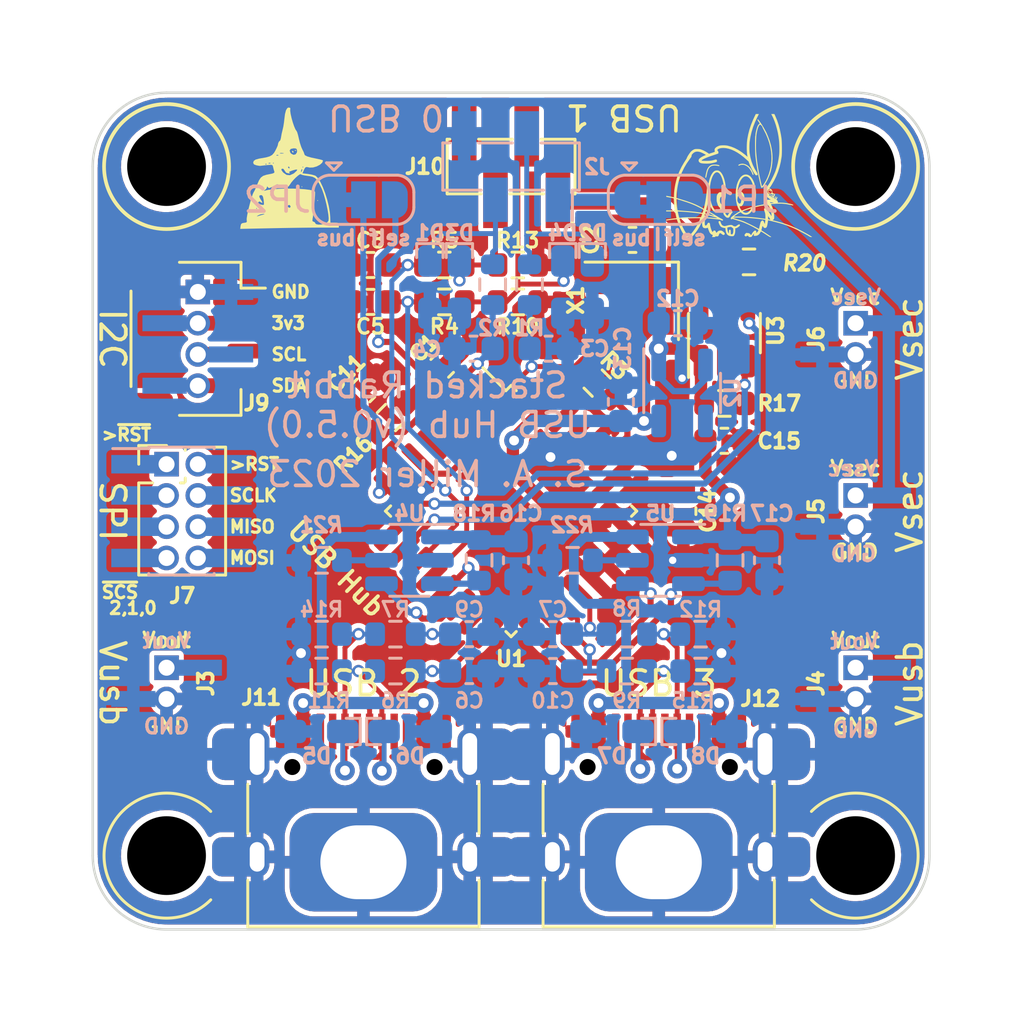
<source format=kicad_pcb>
(kicad_pcb (version 20211014) (generator pcbnew)
  (title_block (title "USB Hub") (rev "0.5.0") (company "The Nerd Mage"))
  (layers (0 "F.Cu" signal) (31 "B.Cu" signal) (34 "B.Paste" user) (35 "F.Paste" user) (36 "B.SilkS" user "B.Silkscreen") (37 "F.SilkS" user "F.Silkscreen") (38 "B.Mask" user) (39 "F.Mask" user) (44 "Edge.Cuts" user))
  (net 0 "")
  (net 1 "UD+")
  (net 2 "UD-")
  (net 3 "GND")
  (net 6 "SDA")
  (net 7 "SCL")
  (net 8 "RESET")
  (net 9 "~{RESET}")
  (net 10 "~{SCS}2")
  (net 11 "SCLK")
  (net 12 "~{SCS}1")
  (net 13 "MISO")
  (net 14 "Vcc?")
  (net 15 "~{SCS}0")
  (net 16 "MOSI")
  (net 18 "PWRON2")
  (net 19 "OVERCUR2")
  (net 20 "PWRON3")
  (net 21 "OVERCUR3")
  (net 23 "UD2+")
  (net 24 "UD2-")
  (net 25 "UD1+")
  (net 26 "UD1-")
  (net 27 "UD3+")
  (net 28 "UD3-")
  (net 29 "+3V3")
  (net 34 "Net-(R3-Pad2)")
  (net 35 "/USB1+")
  (net 36 "/USB1-")
  (net 37 "/USB0+")
  (net 38 "/USB0-")
  (net 39 "/USB2+")
  (net 40 "/USB2-")
  (net 41 "/USB3+")
  (net 42 "/USB3-")
  (net 43 "/~{reset}")
  (net 50 "Vusb")
  (net 51 "PWRON1")
  (net 52 "Net-(R20-Pad1)")
  (net 53 "OVERCUR1")
  (net 54 "Vbus1")
  (net 55 "Net-(R21-Pad1)")
  (net 56 "Vbus2")
  (net 57 "Vbus3")
  (net 58 "Net-(R22-Pad1)")
  (net 59 "Vusb_PWR")
  (net 60 "Vsec")
  (net 61 "~{BUSPWR}")
  (net 62 "/CLK48")
  (footprint "Tinker:Mount" (layer "F.Cu") (at 114 114 45)
    (fp_text reference "REF**" hide)
    (fp_text value "Mount" hide)
  )
  (footprint "Capacitor_SMD:C_0603_1608Metric" (layer "F.Cu") (at 107 100 -90)
    (fp_text reference "C14")
    (fp_text value ".01uf")
  )
  (footprint "Capacitor_SMD:C_0603_1608Metric" (layer "F.Cu") (at 94 95.1 45)
    (fp_text reference "C11")
    (fp_text value ".1uf")
  )
  (footprint "Tinker:QWIIC_Stack_II" (layer "F.Cu") (at 87.27 93 -90)
    (fp_text reference "J9")
    (fp_text value "QWIIC_Stack_II")
  )
  (footprint "Capacitor_SMD:C_0603_1608Metric" (layer "F.Cu") (at 97.2 94.1 45)
    (fp_text reference "C1")
    (fp_text value ".1uf")
  )
  (footprint "Tinker:PinHeader_2x04_P1.27mm_Vertical" (layer "F.Cu") (at 86 98.095)
    (fp_text reference "J7")
    (fp_text value "Conn_01x08_Male" hide)
  )
  (footprint "Resistor_SMD:R_0603_1608Metric" (layer "F.Cu") (at 108.668821 95.624957)
    (fp_text reference "R17")
    (fp_text value "100k")
  )
  (footprint "Tinker:USB_C_Receptacle_HRO_TYPE-C-NARROW" (layer "F.Cu") (at 106 113)
    (fp_text reference "J12")
    (fp_text value "USB_C_Receptacle" hide)
  )
  (footprint "Resistor_SMD:R_0603_1608Metric" (layer "F.Cu") (at 97.287975 91.499999)
    (fp_text reference "R4")
    (fp_text value "30")
  )
  (footprint "Tinker:Mount" (layer "F.Cu") (at 86 114 135)
    (fp_text reference "REF**" hide)
    (fp_text value "Mount" hide)
  )
  (footprint "Capacitor_SMD:C_0603_1608Metric" (layer "F.Cu") (at 94.287975 89.999998 180)
    (fp_text reference "C8")
    (fp_text value "22pf")
  )
  (footprint "Tinker:DagNabbit" (layer "F.Cu") (at 109 87)
    (fp_text reference "REF**" hide)
    (fp_text value "DagNabbit" hide)
  )
  (footprint "Resistor_SMD:R_0603_1608Metric" (layer "F.Cu") (at 103.5 94.8 -45)
    (fp_text reference "R3")
    (fp_text value "1K5")
  )
  (footprint "Capacitor_SMD:C_0603_1608Metric" (layer "F.Cu") (at 108.668821 97.143375)
    (fp_text reference "C15")
    (fp_text value "0.1uf")
  )
  (footprint "Tinker:Board_Stacker_2" (layer "F.Cu") (at 114 106.365)
    (fp_text reference "J4")
    (fp_text value "Conn_01x02_Male")
  )
  (footprint "Tinker:Mount" (layer "F.Cu") (at 114 86)
    (fp_text reference "REF**" hide)
    (fp_text value "Mount" hide)
  )
  (footprint "Capacitor_SMD:C_0603_1608Metric" (layer "F.Cu") (at 104.932471 88.979515 180)
    (fp_text reference "C2")
    (fp_text value "0.1uf")
  )
  (footprint "Capacitor_SMD:C_0603_1608Metric" (layer "F.Cu") (at 94.287975 91.499999 180)
    (fp_text reference "C5")
    (fp_text value "22pf")
  )
  (footprint "Tinker:Board_Stacker_2" (layer "F.Cu") (at 86 106.365)
    (fp_text reference "J3")
    (fp_text value "Conn_01x02_Male")
  )
  (footprint "Tinker:SOT-23-6" (layer "F.Cu") (at 108.668821 92.768559 90)
    (fp_text reference "U3")
    (fp_text value "TPS2550DBVTG4")
  )
  (footprint "Resistor_SMD:R_0603_1608Metric" (layer "F.Cu") (at 100.272975 91.499999)
    (fp_text reference "R10")
    (fp_text value "1K5")
  )
  (footprint "Resistor_SMD:R_0603_1608Metric" (layer "F.Cu") (at 97.287975 90)
    (fp_text reference "R5")
    (fp_text value "30")
  )
  (footprint "Tinker:Board_Stacker_2" (layer "F.Cu") (at 114 92.365)
    (fp_text reference "J6")
    (fp_text value "Conn_01x02_Male")
  )
  (footprint "Tinker:PinHeader_1x04_P1.27mm_Vertical_SMD_Pin1Right" (layer "F.Cu") (at 100 86 -90)
    (fp_text reference "J10")
    (fp_text value "Conn_01x04_Male")
  )
  (footprint "Tinker:Board_Stacker_2" (layer "F.Cu") (at 114 99.365)
    (fp_text reference "J5")
    (fp_text value "Conn_01x02_Male")
  )
  (footprint "Tinker:Mount" (layer "F.Cu") (at 86 86)
    (fp_text reference "REF**" hide)
    (fp_text value "Mount" hide)
  )
  (footprint "Tinker:NerdMage" (layer "F.Cu") (at 91 86)
    (fp_text reference "G***" hide)
    (fp_text value "LOGO" hide)
  )
  (footprint "Resistor_SMD:R_0603_1608Metric" (layer "F.Cu") (at 95.1 96.2 -135)
    (fp_text reference "R16")
    (fp_text value "15")
  )
  (footprint "Oscillator:Oscillator_SMD_Abracon_ASE-4Pin_3.2x2.5mm" (layer "F.Cu") (at 104.902965 91.457995 180)
    (fp_text reference "X1")
    (fp_text value "ASE-48.000MHz")
  )
  (footprint "Tinker:USB_C_Receptacle_HRO_TYPE-C-NARROW" (layer "F.Cu") (at 94 113)
    (fp_text reference "J11")
    (fp_text value "USB_C_Receptacle" hide)
  )
  (footprint "Package_QFP:LQFP-32_7x7mm_P0.8mm" (layer "F.Cu") (at 100 100 -45)
    (fp_text reference "U1")
    (fp_text value "TUSB2036")
  )
  (footprint "Resistor_SMD:R_0603_1608Metric" (layer "F.Cu") (at 109.668821 89.873778)
    (fp_text reference "R20")
    (fp_text value "80k?")
  )
  (footprint "Resistor_SMD:R_0603_1608Metric" (layer "F.Cu") (at 100.272975 90)
    (fp_text reference "R13")
    (fp_text value "1K5")
  )
  (footprint "Tinker:SOT-23-6" (layer "B.Cu") (at 106.07 102 180)
    (fp_text reference "U5")
    (fp_text value "TPS2550DBVTG4")
  )
  (footprint "Capacitor_SMD:C_0603_1608Metric" (layer "B.Cu") (at 98.3 105)
    (fp_text reference "C9")
    (fp_text value "22pf")
  )
  (footprint "Resistor_SMD:R_0603_1608Metric" (layer "B.Cu") (at 92.3 106.5 180)
    (fp_text reference "R11")
    (fp_text value "1K5")
  )
  (footprint "Resistor_SMD:R_0603_1608Metric" (layer "B.Cu") (at 104.7 105)
    (fp_text reference "R8")
    (fp_text value "30")
  )
  (footprint "Capacitor_SMD:C_0603_1608Metric" (layer "B.Cu") (at 100.2 102 -90)
    (fp_text reference "C16")
    (fp_text value "0.1uf")
  )
  (footprint "Capacitor_SMD:C_0603_1608Metric" (layer "B.Cu") (at 104.462589 95.5625 90)
    (fp_text reference "C13")
    (fp_text value "1uF")
  )
  (footprint "Jumper:SolderJumper-3_P1.3mm_Bridged12_RoundedPad1.0x1.5mm" (layer "B.Cu") (at 94 87.35)
    (fp_text reference "JP2")
    (fp_text value "Jumper_3_Bridged12")
  )
  (footprint "Capacitor_SMD:C_0603_1608Metric" (layer "B.Cu") (at 98.475 93.4 180)
    (fp_text reference "C4")
    (fp_text value "22pf")
  )
  (footprint "Package_TO_SOT_SMD:SOT-23-5" (layer "B.Cu") (at 106.95 95.2 -90)
    (fp_text reference "U2")
    (fp_text value "AP2112K-3.3")
  )
  (footprint "Capacitor_SMD:C_0603_1608Metric" (layer "B.Cu") (at 106.775 92.365)
    (fp_text reference "C12")
    (fp_text value "1uF")
  )
  (footprint "Tinker:PinSocket_1x04_P1.27mm_Vertical_SMD_Pin1Left" (layer "B.Cu") (at 100 86 90)
    (fp_text reference "J2")
    (fp_text value "Conn_01x04_Male")
  )
  (footprint "Tinker:PGB1010603NRHF" (layer "B.Cu") (at 97.9 90.9 -90)
    (fp_text reference "D3")
    (fp_text value "PGB1010603NR" hide)
  )
  (footprint "Resistor_SMD:R_0603_1608Metric" (layer "B.Cu") (at 102.5 102 180)
    (fp_text reference "R22")
    (fp_text value "80k?")
  )
  (footprint "Capacitor_SMD:C_0603_1608Metric" (layer "B.Cu") (at 101.7 106.5 180)
    (fp_text reference "C10")
    (fp_text value "22pf")
  )
  (footprint "Resistor_SMD:R_0603_1608Metric" (layer "B.Cu") (at 107.7 106.5)
    (fp_text reference "R15")
    (fp_text value "1K5")
  )
  (footprint "Tinker:PGB1010603NRHF" (layer "B.Cu") (at 103.3 90.9 -90)
    (fp_text reference "D2")
    (fp_text value "PGB1010603NR" hide)
  )
  (footprint "Capacitor_SMD:C_0603_1608Metric" (layer "B.Cu") (at 101.7 105 180)
    (fp_text reference "C7")
    (fp_text value "22pf")
  )
  (footprint "Capacitor_SMD:C_0603_1608Metric" (layer "B.Cu") (at 98.3 106.5)
    (fp_text reference "C6")
    (fp_text value "22pf")
  )
  (footprint "Resistor_SMD:R_0603_1608Metric" (layer "B.Cu") (at 98.7 102 -90)
    (fp_text reference "R18")
    (fp_text value "100k")
  )
  (footprint "Tinker:PGB1010603NRHF" (layer "B.Cu") (at 102.1 90.9 -90)
    (fp_text reference "D4")
    (fp_text value "PGB1010603NR" hide)
  )
  (footprint "Resistor_SMD:R_0603_1608Metric" (layer "B.Cu") (at 100.75 90.8 -90)
    (fp_text reference "R1")
    (fp_text value "30")
  )
  (footprint "Capacitor_SMD:C_0603_1608Metric" (layer "B.Cu") (at 110.4 102 -90)
    (fp_text reference "C17")
    (fp_text value "0.1uf")
  )
  (footprint "Resistor_SMD:R_0603_1608Metric" (layer "B.Cu") (at 92.3 105 180)
    (fp_text reference "R14")
    (fp_text value "1K5")
  )
  (footprint "Resistor_SMD:R_0603_1608Metric" (layer "B.Cu") (at 95.3 106.5 180)
    (fp_text reference "R6")
    (fp_text value "30")
  )
  (footprint "Tinker:PGB1010603NRHF" (layer "B.Cu") (at 104.1 108.955 180)
    (fp_text reference "D7")
    (fp_text value "PGB1010603NR" hide)
  )
  (footprint "Resistor_SMD:R_0603_1608Metric" (layer "B.Cu") (at 92.3 102 180)
    (fp_text reference "R21")
    (fp_text value "80k?")
  )
  (footprint "Resistor_SMD:R_0603_1608Metric" (layer "B.Cu") (at 108.9 102 -90)
    (fp_text reference "R19")
    (fp_text value "100k")
  )
  (footprint "Resistor_SMD:R_0603_1608Metric" (layer "B.Cu") (at 104.7 106.5)
    (fp_text reference "R9")
    (fp_text value "30")
  )
  (footprint "Resistor_SMD:R_0603_1608Metric" (layer "B.Cu") (at 95.3 105 180)
    (fp_text reference "R7")
    (fp_text value "30")
  )
  (footprint "Capacitor_SMD:C_0603_1608Metric" (layer "B.Cu") (at 101.525 93.4)
    (fp_text reference "C3")
    (fp_text value "22pf")
  )
  (footprint "Tinker:SOT-23-6" (layer "B.Cu") (at 95.87 102 180)
    (fp_text reference "U4")
    (fp_text value "TPS2550DBVTG4")
  )
  (footprint "Tinker:PGB1010603NRHF" (layer "B.Cu") (at 92.1 108.955 180)
    (fp_text reference "D5")
    (fp_text value "PGB1010603NR" hide)
  )
  (footprint "Resistor_SMD:R_0603_1608Metric" (layer "B.Cu") (at 107.7 105)
    (fp_text reference "R12")
    (fp_text value "1K5")
  )
  (footprint "Tinker:PGB1010603NRHF" (layer "B.Cu") (at 96.7 90.9 -90)
    (fp_text reference "D1")
    (fp_text value "PGB1010603NR" hide)
  )
  (footprint "Resistor_SMD:R_0603_1608Metric" (layer "B.Cu") (at 99.25 90.8 -90)
    (fp_text reference "R2")
    (fp_text value "30")
  )
  (footprint "Tinker:PGB1010603NRHF" (layer "B.Cu") (at 107.9 108.955)
    (fp_text reference "D8")
    (fp_text value "PGB1010603NR" hide)
  )
  (footprint "Jumper:SolderJumper-3_P1.3mm_Bridged2Bar12_RoundedPad1.0x1.5mm" (layer "B.Cu") (at 106 87.35)
    (fp_text reference "JP1")
    (fp_text value "Jumper_3_Bridged12")
  )
  (footprint "Tinker:PGB1010603NRHF" (layer "B.Cu") (at 95.9 108.955)
    (fp_text reference "D6")
    (fp_text value "PGB1010603NR" hide)
  )
  (gr_line (start 117 86) (end 117 114) (layer "Edge.Cuts") (width 0.1))
  (gr_arc (start 86 117) (mid 83.87868 116.12132) (end 83 114) (layer "Edge.Cuts") (width 0.1))
  (gr_arc (start 83 86) (mid 83.87868 83.87868) (end 86 83) (layer "Edge.Cuts") (width 0.1))
  (gr_line (start 86 83) (end 114 83) (layer "Edge.Cuts") (width 0.1))
  (gr_line (start 83 114) (end 83 86) (layer "Edge.Cuts") (width 0.1))
  (gr_arc (start 114 83) (mid 116.12132 83.87868) (end 117 86) (layer "Edge.Cuts") (width 0.1))
  (gr_line (start 86 117) (end 114 117) (layer "Edge.Cuts") (width 0.1))
  (gr_arc (start 117 114) (mid 116.12132 116.12132) (end 114 117) (layer "Edge.Cuts") (width 0.1))
  (gr_text "Stacked Rabbit\n${TITLE} (v${REVISION})" (at 96.6 95.7) (layer "B.SilkS") (effects (font (size 1 1)) (justify mirror)))
  (gr_text "GND" (at 113.911636 101.744492) (layer "B.SilkS") (effects (font (size 0.6 0.6) (thickness 0.125)) (justify mirror)))
  (gr_text "self|bus" (at 94 88.9) (layer "B.SilkS") (effects (font (size 0.6 0.6)) (justify mirror)))
  (gr_text "GND" (at 85.995908 108.747728) (layer "B.SilkS") (effects (font (size 0.6 0.6) (thickness 0.125)) (justify mirror)))
  (gr_text "Vout" (at 113.950572 105.303488) (layer "B.SilkS") (effects (font (size 0.6 0.6) (thickness 0.125)) (justify mirror)))
  (gr_text "GND" (at 114 94.7) (layer "B.SilkS") (effects (font (size 0.6 0.6) (thickness 0.125)) (justify mirror)))
  (gr_text "self|bus" (at 106 88.9) (layer "B.SilkS") (effects (font (size 0.6 0.6)) (justify mirror)))
  (gr_text "USB 0" (at 94.92 84 180) (layer "B.SilkS") (effects (font (size 1 1)) (justify mirror)))
  (gr_text "Vsec" (at 113.872799 98.268635) (layer "B.SilkS") (effects (font (size 0.6 0.6) (thickness 0.125)) (justify mirror)))
  (gr_text "Vsec" (at 114 91.3) (layer "B.SilkS") (effects (font (size 0.6 0.6) (thickness 0.125)) (justify mirror)))
  (gr_text "GND" (at 113.997176 108.89197) (layer "B.SilkS") (effects (font (size 0.6 0.6) (thickness 0.125)) (justify mirror)))
  (gr_text "S. A. Miller 2023" (at 96.6 98.5) (layer "B.SilkS") (effects (font (size 1 1)) (justify mirror)))
  (gr_text "Vout" (at 86.009393 105.268635) (layer "B.SilkS") (effects (font (size 0.6 0.6) (thickness 0.125)) (justify mirror)))
  (gr_text "SDA" (at 90.2 94.905) (layer "F.SilkS") (effects (font (size 0.5 0.5) (thickness 0.125)) (justify left)))
  (gr_text "Vsec" (at 116.2 100 90) (layer "F.SilkS") (effects (font (size 1 1))))
  (gr_text "2,1,0" (at 83.6 103.94) (layer "F.SilkS") (effects (font (size 0.5 0.5) (thickness 0.125)) (justify left)))
  (gr_text "3v3" (at 90.2 92.365) (layer "F.SilkS") (effects (font (size 0.5 0.5) (thickness 0.125)) (justify left)))
  (gr_text "USB 2" (at 94 107) (layer "F.SilkS") (effects (font (size 1 1))))
  (gr_text "Vout" (at 114 105.245) (layer "F.SilkS") (effects (font (size 0.6 0.6) (thickness 0.125))))
  (gr_text "~{SCS}" (at 83.3 103.3) (layer "F.SilkS") (effects (font (size 0.5 0.5) (thickness 0.125)) (justify left)))
  (gr_text "GND" (at 114 94.7) (layer "F.SilkS") (effects (font (size 0.6 0.6) (thickness 0.125))))
  (gr_text "GND" (at 90.2 91.095) (layer "F.SilkS") (effects (font (size 0.5 0.5) (thickness 0.125)) (justify left)))
  (gr_text ">~{RST}" (at 83.3 96.9) (layer "F.SilkS") (effects (font (size 0.5 0.5) (thickness 0.125)) (justify left)))
  (gr_text "GND" (at 114 101.665) (layer "F.SilkS") (effects (font (size 0.6 0.6) (thickness 0.125))))
  (gr_text "Vsec" (at 116.2 93 90) (layer "F.SilkS") (effects (font (size 1 1))))
  (gr_text "USB 1" (at 104.579045 84 180) (layer "F.SilkS") (effects (font (size 1 1))))
  (gr_text "SCLK" (at 88.5 99.365) (layer "F.SilkS") (effects (font (size 0.5 0.5) (thickness 0.125)) (justify left)))
  (gr_text ">RST" (at 88.5 98.095) (layer "F.SilkS") (effects (font (size 0.5 0.5) (thickness 0.125)) (justify left)))
  (gr_text "SPI" (at 83.8 100 -90) (layer "F.SilkS") (effects (font (size 1 1))))
  (gr_text "Vusb" (at 116.2 107 90) (layer "F.SilkS") (effects (font (size 1 1))))
  (gr_text "SCL" (at 90.2 93.635) (layer "F.SilkS") (effects (font (size 0.5 0.5) (thickness 0.125)) (justify left)))
  (gr_text "GND" (at 114 108.745) (layer "F.SilkS") (effects (font (size 0.6 0.6) (thickness 0.125))))
  (gr_text "I2C" (at 83.8 93 -90) (layer "F.SilkS") (effects (font (size 1 1))))
  (gr_text "MISO" (at 88.5 100.635) (layer "F.SilkS") (effects (font (size 0.5 0.5) (thickness 0.125)) (justify left)))
  (gr_text "USB 3" (at 106 107) (layer "F.SilkS") (effects (font (size 1 1))))
  (gr_text "MOSI" (at 88.5 101.905) (layer "F.SilkS") (effects (font (size 0.5 0.5) (thickness 0.125)) (justify left)))
  (gr_text "GND" (at 86 108.745) (layer "F.SilkS") (effects (font (size 0.6 0.6) (thickness 0.125))))
  (gr_text "${TITLE}" (at 92.899152 102.34535 315) (layer "F.SilkS") (effects (font (size 0.75 0.75))))
  (gr_text "Vusb" (at 83.8 107 -90) (layer "F.SilkS") (effects (font (size 1 1))))
  (gr_text "Vsec" (at 114 98.265) (layer "F.SilkS") (effects (font (size 0.6 0.6) (thickness 0.125))))
  (gr_text "Vout" (at 86 105.245) (layer "F.SilkS") (effects (font (size 0.6 0.6) (thickness 0.125))))
  (gr_text "Vsec" (at 114 91.3) (layer "F.SilkS") (effects (font (size 0.6 0.6) (thickness 0.125))))
  (segment (start 100.635 88.808609) (end 100.635 89.36) (width 0.2) (layer "B.Cu") (net 1))
  (segment (start 100.702512 88.741097) (end 100.635 88.808609) (width 0.2) (layer "B.Cu") (net 1))
  (segment (start 103.3 89.219407) (end 102.82169 88.741097) (width 0.2) (layer "B.Cu") (net 1))
  (segment (start 100.635 89.36) (end 100.75 89.475) (width 0.2) (layer "B.Cu") (net 1))
  (segment (start 102.82169 88.741097) (end 100.702512 88.741097) (width 0.2) (layer "B.Cu") (net 1))
  (segment (start 103.3 89.84) (end 103.3 89.219407) (width 0.2) (layer "B.Cu") (net 1))
  (segment (start 100.75 89.475) (end 100.75 89.975) (width 0.2) (layer "B.Cu") (net 1))
  (segment (start 100.635 84.65) (end 100.635 88.808609) (width 0.2) (layer "B.Cu") (net 1))
  (segment (start 96.7 89.84) (end 96.7 89.214678) (width 0.2) (layer "B.Cu") (net 2))
  (segment (start 99.365 89.36) (end 99.25 89.475) (width 0.2) (layer "B.Cu") (net 2))
  (segment (start 97.191251 88.723427) (end 99.365 88.723427) (width 0.2) (layer "B.Cu") (net 2))
  (segment (start 99.365 88.723427) (end 99.365 89.36) (width 0.2) (layer "B.Cu") (net 2))
  (segment (start 99.365 87.35) (end 99.365 88.723427) (width 0.2) (layer "B.Cu") (net 2))
  (segment (start 96.7 89.214678) (end 97.191251 88.723427) (width 0.2) (layer "B.Cu") (net 2))
  (segment (start 99.25 89.475) (end 99.25 89.975) (width 0.2) (layer "B.Cu") (net 2))
  (segment (start 108.668821 93.906059) (end 108.818821 94.056059) (width 0.25) (layer "F.Cu") (net 3))
  (segment (start 108.818821 94.056059) (end 108.818821 96.518375) (width 0.25) (layer "F.Cu") (net 3))
  (segment (start 108.818821 96.518375) (end 109.443821 97.143375) (width 0.25) (layer "F.Cu") (net 3))
  (via (at 101.601672 97.805948) (size 0.8) (drill 0.4) (layers "F.Cu" "B.Cu") (net 3))
  (via (at 91.463494 105.771705) (size 0.8) (drill 0.4) (layers "F.Cu" "B.Cu") (net 3))
  (via (at 106.566633 102) (size 0.5) (drill 0.3) (layers "F.Cu" "B.Cu") (net 3))
  (via (at 96.353401 99.147063) (size 0.5) (drill 0.3) (layers "F.Cu" "B.Cu") (net 3))
  (via (at 108.549545 105.770194) (size 0.8) (drill 0.4) (layers "F.Cu" "B.Cu") (net 3))
  (via (at 106.95 94.6) (size 0.5) (drill 0.3) (layers "F.Cu" "B.Cu") (net 3))
  (via (at 106.527705 97.749543) (size 0.8) (drill 0.4) (layers "F.Cu" "B.Cu") (net 3))
  (segment (start 98.26432 102.301366) (end 97.330672 103.235014) (width 0.25) (layer "F.Cu") (net 18))
  (via (at 98.26432 102.301366) (size 0.5) (drill 0.3) (layers "F.Cu" "B.Cu") (net 18))
  (segment (start 98.575 102.95) (end 98.7 102.825) (width 0.25) (layer "B.Cu") (net 18))
  (segment (start 98.26432 102.301366) (end 98.7 102.737046) (width 0.25) (layer "B.Cu") (net 18))
  (segment (start 98.7 102.737046) (end 98.7 102.825) (width 0.25) (layer "B.Cu") (net 18))
  (segment (start 97.0075 102.95) (end 98.575 102.95) (width 0.25) (layer "B.Cu") (net 18))
  (segment (start 96.389286 104.368583) (end 97.143603 104.368583) (width 0.25) (layer "F.Cu") (net 19))
  (segment (start 97.711487 103.800699) (end 97.896357 103.800699) (width 0.25) (layer "F.Cu") (net 19))
  (segment (start 97.143603 104.368583) (end 97.711487 103.800699) (width 0.25) (layer "F.Cu") (net 19))
  (segment (start 96.146203 104.1255) (end 96.389286 104.368583) (width 0.25) (layer "F.Cu") (net 19))
  (via (at 96.146203 104.1255) (size 0.5) (drill 0.3) (layers "F.Cu" "B.Cu") (net 19))
  (segment (start 96.146203 104.1255) (end 95.908 104.1255) (width 0.25) (layer "B.Cu") (net 19))
  (segment (start 95.908 104.1255) (end 94.7325 102.95) (width 0.25) (layer "B.Cu") (net 19))
  (segment (start 102.597634 106.557432) (end 100.972272 104.93207) (width 0.25) (layer "F.Cu") (net 20))
  (segment (start 106.495717 103.381139) (end 106.495717 103.833645) (width 0.25) (layer "F.Cu") (net 20))
  (segment (start 103.771931 106.557432) (end 102.597634 106.557432) (width 0.25) (layer "F.Cu") (net 20))
  (segment (start 106.495717 103.833645) (end 103.771931 106.557432) (width 0.25) (layer "F.Cu") (net 20))
  (via (at 106.495717 103.381139) (size 0.5) (drill 0.3) (layers "F.Cu" "B.Cu") (net 20))
  (segment (start 108.775 102.95) (end 108.9 102.825) (width 0.25) (layer "B.Cu") (net 20))
  (segment (start 107.2075 102.95) (end 108.775 102.95) (width 0.25) (layer "B.Cu") (net 20))
  (segment (start 102.13739 105.318578) (end 102.13739 104.965817) (width 0.25) (layer "F.Cu") (net 21))
  (segment (start 102.976244 106.157432) (end 102.13739 105.318578) (width 0.25) (layer "F.Cu") (net 21))
  (segment (start 102.976244 106.157432) (end 103.588568 106.157432) (width 0.25) (layer "F.Cu") (net 21))
  (segment (start 103.588568 106.157432) (end 105.668067 104.077933) (width 0.25) (layer "F.Cu") (net 21))
  (segment (start 101.537957 104.366384) (end 102.13739 104.965817) (width 0.25) (layer "F.Cu") (net 21))
  (segment (start 105.668067 104.077933) (end 105.668067 103.348469) (width 0.25) (layer "F.Cu") (net 21))
  (via (at 105.668067 103.348469) (size 0.5) (drill 0.3) (layers "F.Cu" "B.Cu") (net 21))
  (segment (start 94.581806 110.007341) (end 94.75 109.839147) (width 0.2) (layer "F.Cu") (net 23))
  (segment (start 94.75 108.955) (end 94.75 107.45) (width 0.2) (layer "F.Cu") (net 23))
  (segment (start 93.75 109.851996) (end 93.905345 110.007341) (width 0.2) (layer "F.Cu") (net 23))
  (segment (start 94.75 107.45) (end 93.8 106.5) (width 0.2) (layer "F.Cu") (net 23))
  (segment (start 94.75 110.555619) (end 94.75 108.955) (width 0.2) (layer "F.Cu") (net 23))
  (segment (start 93.905345 110.007341) (end 94.581806 110.007341) (width 0.2) (layer "F.Cu") (net 23))
  (segment (start 93.75 108.955) (end 93.75 109.851996) (width 0.2) (layer "F.Cu") (net 23))
  (segment (start 94.75 109.839147) (end 94.75 108.955) (width 0.2) (layer "F.Cu") (net 23))
  (via (at 93.8 106.5) (size 0.5) (drill 0.3) (layers "F.Cu" "B.Cu") (net 23))
  (via (at 94.75 110.555619) (size 0.8) (drill 0.4) (layers "F.Cu" "B.Cu") (net 23))
  (segment (start 94.84 110.465619) (end 94.84 108.955) (width 0.2) (layer "B.Cu") (net 23))
  (segment (start 94.75 110.555619) (end 94.84 110.465619) (width 0.2) (layer "B.Cu") (net 23))
  (segment (start 93.125 106.5) (end 94.475 106.5) (width 0.2) (layer "B.Cu") (net 23))
  (segment (start 94.25 108.955) (end 94.25 108.03) (width 0.2) (layer "F.Cu") (net 24))
  (segment (start 93.25 110.543966) (end 93.25 108.955) (width 0.2) (layer "F.Cu") (net 24))
  (segment (start 94.25 108.38) (end 94.275 108.355) (width 0.2) (layer "F.Cu") (net 24))
  (segment (start 94.078953 107.858953) (end 93.25 107.858953) (width 0.2) (layer "F.Cu") (net 24))
  (segment (start 94.25 108.955) (end 94.25 108.38) (width 0.2) (layer "F.Cu") (net 24))
  (segment (start 93.25 108.955) (end 93.25 107.858953) (width 0.2) (layer "F.Cu") (net 24))
  (segment (start 93.25 107.858953) (end 93.25 105.55) (width 0.2) (layer "F.Cu") (net 24))
  (segment (start 93.25 105.55) (end 93.8 105) (width 0.2) (layer "F.Cu") (net 24))
  (segment (start 94.25 108.03) (end 94.078953 107.858953) (width 0.2) (layer "F.Cu") (net 24))
  (via (at 93.25 110.543966) (size 0.8) (drill 0.4) (layers "F.Cu" "B.Cu") (net 24))
  (via (at 93.8 105) (size 0.5) (drill 0.3) (layers "F.Cu" "B.Cu") (net 24))
  (segment (start 93.25 110.543966) (end 93.16 110.453966) (width 0.2) (layer "B.Cu") (net 24))
  (segment (start 93.125 105) (end 94.475 105) (width 0.2) (layer "B.Cu") (net 24))
  (segment (start 93.16 110.453966) (end 93.16 108.955) (width 0.2) (layer "B.Cu") (net 24))
  (segment (start 100.275943 91.026555) (end 100.275943 90.803296) (width 0.2) (layer "F.Cu") (net 25))
  (segment (start 100.275943 90.803296) (end 100.275943 89.206825) (width 0.2) (layer "F.Cu") (net 25))
  (segment (start 100.275943 88.903215) (end 100.275943 85.109057) (width 0.2) (layer "F.Cu") (net 25))
  (segment (start 102.134247 90.646489) (end 102.005737 90.774999) (width 0.2) (layer "F.Cu") (net 25))
  (segment (start 100.30424 90.774999) (end 100.275943 90.803296) (width 0.2) (layer "F.Cu") (net 25))
  (segment (start 99.447975 91.499999) (end 98.112975 91.499999) (width 0.2) (layer "F.Cu") (net 25))
  (segment (start 100.275943 89.206825) (end 100.275943 88.903215) (width 0.2) (layer "F.Cu") (net 25))
  (segment (start 99.447975 91.499999) (end 99.802499 91.499999) (width 0.2) (layer "F.Cu") (net 25))
  (segment (start 99.802499 91.499999) (end 100.275943 91.026555) (width 0.2) (layer "F.Cu") (net 25))
  (segment (start 100.275943 85.109057) (end 100.635 84.75) (width 0.2) (layer "F.Cu") (net 25))
  (segment (start 102.005737 90.774999) (end 100.30424 90.774999) (width 0.2) (layer "F.Cu") (net 25))
  (via (at 102.134247 90.646489) (size 0.5) (drill 0.3) (layers "F.Cu" "B.Cu") (net 25))
  (segment (start 102.134247 90.646489) (end 102.25 90.530736) (width 0.2) (layer "B.Cu") (net 25))
  (segment (start 102.25 90.530736) (end 102.25 89.44) (width 0.2) (layer "B.Cu") (net 25))
  (segment (start 102.134247 89.874247) (end 102.1 89.84) (width 0.2) (layer "B.Cu") (net 25))
  (segment (start 102.134247 90.646489) (end 102.134247 89.874247) (width 0.2) (layer "B.Cu") (net 25))
  (segment (start 97.902257 90.625594) (end 97.902257 90.210718) (width 0.2) (layer "F.Cu") (net 26))
  (segment (start 97.902257 90.210718) (end 98.112975 90) (width 0.2) (layer "F.Cu") (net 26))
  (segment (start 99.447975 89.999998) (end 98.112975 90) (width 0.2) (layer "F.Cu") (net 26))
  (segment (start 99.365 89.917025) (end 99.447975 90) (width 0.2) (layer "F.Cu") (net 26))
  (segment (start 99.365 87.25) (end 99.365 88.894992) (width 0.2) (layer "F.Cu") (net 26))
  (segment (start 99.365 88.894992) (end 99.365 89.917025) (width 0.2) (layer "F.Cu") (net 26))
  (via (at 97.902257 90.625594) (size 0.5) (drill 0.3) (layers "F.Cu" "B.Cu") (net 26))
  (segment (start 97.902257 89.842257) (end 97.9 89.84) (width 0.2) (layer "B.Cu") (net 26))
  (segment (start 97.902257 90.625594) (end 97.902257 89.842257) (width 0.2) (layer "B.Cu") (net 26))
  (segment (start 97.902257 90.625594) (end 97.902257 89.592257) (width 0.2) (layer "B.Cu") (net 26))
  (segment (start 106.75 105.55) (end 106.75 107.849363) (width 0.2) (layer "F.Cu") (net 27))
  (segment (start 106.2 105) (end 106.75 105.55) (width 0.2) (layer "F.Cu") (net 27))
  (segment (start 105.930637 107.849363) (end 106.75 107.849363) (width 0.2) (layer "F.Cu") (net 27))
  (segment (start 105.75 108.955) (end 105.75 108.03) (width 0.2) (layer "F.Cu") (net 27))
  (segment (start 105.75 108.03) (end 105.930637 107.849363) (width 0.2) (layer "F.Cu") (net 27))
  (segment (start 106.75 107.849363) (end 106.75 108.955) (width 0.2) (layer "F.Cu") (net 27))
  (segment (start 106.75 110.468346) (end 106.75 108.955) (width 0.2) (layer "F.Cu") (net 27))
  (via (at 106.2 105) (size 0.5) (drill 0.3) (layers "F.Cu" "B.Cu") (net 27))
  (via (at 106.75 110.468346) (size 0.8) (drill 0.4) (layers "F.Cu" "B.Cu") (net 27))
  (segment (start 106.875 105) (end 105.525 105) (width 0.2) (layer "B.Cu") (net 27))
  (segment (start 106.75 110.468346) (end 106.84 110.378346) (width 0.2) (layer "B.Cu") (net 27))
  (segment (start 106.84 110.378346) (end 106.84 108.955) (width 0.2) (layer "B.Cu") (net 27))
  (segment (start 105.447285 110.03037) (end 106.070074 110.03037) (width 0.2) (layer "F.Cu") (net 28))
  (segment (start 106.25 109.850444) (end 106.25 108.955) (width 0.2) (layer "F.Cu") (net 28))
  (segment (start 105.25 109.833085) (end 105.447285 110.03037) (width 0.2) (layer "F.Cu") (net 28))
  (segment (start 106.070074 110.03037) (end 106.25 109.850444) (width 0.2) (layer "F.Cu") (net 28))
  (segment (start 105.25 108.955) (end 105.25 109.833085) (width 0.2) (layer "F.Cu") (net 28))
  (segment (start 105.25 107.45) (end 106.2 106.5) (width 0.2) (layer "F.Cu") (net 28))
  (segment (start 105.25 110.479255) (end 105.25 108.955) (width 0.2) (layer "F.Cu") (net 28))
  (segment (start 105.25 108.955) (end 105.25 107.45) (width 0.2) (layer "F.Cu") (net 28))
  (via (at 105.25 110.479255) (size 0.8) (drill 0.4) (layers "F.Cu" "B.Cu") (net 28))
  (via (at 106.2 106.5) (size 0.5) (drill 0.3) (layers "F.Cu" "B.Cu") (net 28))
  (segment (start 105.25 110.479255) (end 105.16 110.389255) (width 0.2) (layer "B.Cu") (net 28))
  (segment (start 106.875 106.5) (end 105.525 106.5) (width 0.2) (layer "B.Cu") (net 28))
  (segment (start 105.16 110.389255) (end 105.16 108.955) (width 0.2) (layer "B.Cu") (net 28))
  (segment (start 96.551992 94.748008) (end 95.583363 95.716637) (width 0.5) (layer "F.Cu") (net 29))
  (segment (start 104.366384 98.462043) (end 103.221988 99.606439) (width 0.5) (layer "F.Cu") (net 29))
  (segment (start 105.950535 99.066496) (end 106.841496 99.066496) (width 0.5) (layer "F.Cu") (net 29))
  (segment (start 101.537957 95.633616) (end 100.073174 97.098399) (width 0.5) (layer "F.Cu") (net 29))
  (segment (start 96.651992 94.954936) (end 96.651992 94.648008) (width 0.5) (layer "F.Cu") (net 29))
  (segment (start 105.401305 93.931022) (end 105.2 93.729717) (width 0.5) (layer "F.Cu") (net 29))
  (segment (start 105.911767 99.027728) (end 104.93207 99.027728) (width 0.5) (layer "F.Cu") (net 29))
  (segment (start 105.401305 96.3375) (end 105.401305 93.931022) (width 0.5) (layer "F.Cu") (net 29))
  (segment (start 105.739752 92.063172) (end 105.739752 90.413172) (width 0.5) (layer "F.Cu") (net 29))
  (segment (start 97.896357 96.199301) (end 96.651992 94.954936) (width 0.5) (layer "F.Cu") (net 29))
  (segment (start 105.950535 99.066496) (end 105.911767 99.027728) (width 0.5) (layer "F.Cu") (net 29))
  (segment (start 102.988069 99.868492) (end 101.565548 99.868492) (width 0.5) (layer "F.Cu") (net 29))
  (segment (start 100.181318 96.990255) (end 101.537957 95.633616) (width 0.5) (layer "F.Cu") (net 29))
  (segment (start 104.366384 98.462043) (end 104.93207 99.027728) (width 0.5) (layer "F.Cu") (net 29))
  (segment (start 101.565548 99.868492) (end 100.073174 98.376118) (width 0.5) (layer "F.Cu") (net 29))
  (segment (start 94.604132 93.125702) (end 95.129686 93.125702) (width 0.25) (layer "F.Cu") (net 29))
  (segment (start 105.2 93.729717) (end 105.2 93.03596) (width 0.5) (layer "F.Cu") (net 29))
  (segment (start 98.83827 97.141213) (end 100.073174 98.376118) (width 0.5) (layer "F.Cu") (net 29))
  (segment (start 97.896357 96.199301) (end 98.83827 97.141213) (width 0.5) (layer "F.Cu") (net 29))
  (segment (start 96.783684 98.48074) (end 97.498743 98.48074) (width 0.25) (layer "F.Cu") (net 29))
  (segment (start 95.129686 93.125702) (end 96.651992 94.648008) (width 0.25) (layer "F.Cu") (net 29))
  (segment (start 106.841496 99.066496) (end 107 99.225) (width 0.5) (layer "F.Cu") (net 29))
  (segment (start 103.221988 99.606439) (end 103.221988 99.634573) (width 0.5) (layer "F.Cu") (net 29))
  (segment (start 105.2 93.03596) (end 105.952965 92.282995) (width 0.5) (layer "F.Cu") (net 29))
  (segment (start 96.199301 97.896357) (end 96.783684 98.48074) (width 0.25) (layer "F.Cu") (net 29))
  (segment (start 103.221988 99.634573) (end 102.988069 99.868492) (width 0.5) (layer "F.Cu") (net 29))
  (segment (start 100.073174 97.098399) (end 100.073174 98.376118) (width 0.5) (layer "F.Cu") (net 29))
  (segment (start 97.498743 98.48074) (end 98.83827 97.141213) (width 0.25) (layer "F.Cu") (net 29))
  (segment (start 105.739752 90.413172) (end 105.739752 89.013172) (width 0.5) (layer "F.Cu") (net 29))
  (via (at 105.401305 96.3375) (size 0.8) (drill 0.4) (layers "F.Cu" "B.Cu") (net 29))
  (via (at 94.604132 93.125702) (size 0.5) (drill 0.3) (layers "F.Cu" "B.Cu") (net 29))
  (via (at 100.121408 97.130371) (size 0.8) (drill 0.4) (layers "F.Cu" "B.Cu") (net 29))
  (segment (start 106 96.3375) (end 104.462589 96.3375) (width 0.5) (layer "B.Cu") (net 29))
  (segment (start 95.3 89.068099) (end 95.3 87.35) (width 0.25) (layer "B.Cu") (net 29))
  (segment (start 94.604132 89.763967) (end 95.3 89.068099) (width 0.25) (layer "B.Cu") (net 29))
  (segment (start 105.401305 96.3375) (end 104.462589 96.3375) (width 0.5) (layer "B.Cu") (net 29))
  (segment (start 100.914279 96.3375) (end 100.121408 97.130371) (width 0.5) (layer "B.Cu") (net 29))
  (segment (start 105.401305 96.3375) (end 100.914279 96.3375) (width 0.5) (layer "B.Cu") (net 29))
  (segment (start 94.604132 93.125702) (end 94.604132 89.763967) (width 0.25) (layer "B.Cu") (net 29))
  (segment (start 103.800699 97.896357) (end 104.726805 96.970251) (width 0.25) (layer "F.Cu") (net 34))
  (segment (start 104.726805 96.970251) (end 104.726805 96.026805) (width 0.25) (layer "F.Cu") (net 34))
  (segment (start 104.726805 96.026805) (end 104.083363 95.383363) (width 0.25) (layer "F.Cu") (net 34))
  (segment (start 98.19618 101.238134) (end 96.764986 102.669328) (width 0.2) (layer "F.Cu") (net 35))
  (segment (start 98.19618 99.16261) (end 98.19618 101.238134) (width 0.2) (layer "F.Cu") (net 35))
  (segment (start 95.062975 91.499999) (end 96.462975 91.499999) (width 0.2) (layer "F.Cu") (net 35))
  (via (at 95.8 91.5) (size 0.5) (drill 0.3) (layers "F.Cu" "B.Cu") (net 35))
  (via (at 98.19618 99.16261) (size 0.5) (drill 0.3) (layers "F.Cu" "B.Cu") (net 35))
  (segment (start 98.19618 99.16261) (end 98.19618 99.000488) (width 0.2) (layer "B.Cu") (net 35))
  (segment (start 98.19618 99.000488) (end 95.8 96.604308) (width 0.2) (layer "B.Cu") (net 35))
  (segment (start 95.8 96.604308) (end 95.8 91.5) (width 0.2) (layer "B.Cu") (net 35))
  (segment (start 97.785349 100.534839) (end 97.613671 100.706517) (width 0.2) (layer "F.Cu") (net 36))
  (segment (start 97.325566 99.157665) (end 97.785349 99.617448) (width 0.2) (layer "F.Cu") (net 36))
  (segment (start 97.596427 100.706517) (end 96.199301 102.103643) (width 0.2) (layer "F.Cu") (net 36))
  (segment (start 97.613671 100.706517) (end 97.596427 100.706517) (width 0.2) (layer "F.Cu") (net 36))
  (segment (start 97.785349 99.617448) (end 97.785349 100.534839) (width 0.2) (layer "F.Cu") (net 36))
  (segment (start 95.062975 89.999998) (end 96.462973 89.999998) (width 0.2) (layer "F.Cu") (net 36))
  (segment (start 96.462973 89.999998) (end 96.462975 90) (width 0.2) (layer "F.Cu") (net 36))
  (via (at 97.325566 99.157665) (size 0.5) (drill 0.3) (layers "F.Cu" "B.Cu") (net 36))
  (via (at 95.8 90) (size 0.5) (drill 0.3) (layers "F.Cu" "B.Cu") (net 36))
  (segment (start 95.15502 96.987119) (end 95.15502 90.649515) (width 0.2) (layer "B.Cu") (net 36))
  (segment (start 95.15502 90.649515) (end 95.8 90.004535) (width 0.2) (layer "B.Cu") (net 36))
  (segment (start 97.325566 99.157665) (end 95.15502 96.987119) (width 0.2) (layer "B.Cu") (net 36))
  (segment (start 95.8 90.004535) (end 95.8 90) (width 0.2) (layer "B.Cu") (net 36))
  (segment (start 102.916637 94.216637) (end 102.828164 94.128164) (width 0.2) (layer "F.Cu") (net 37))
  (segment (start 99.896229 95.06793) (end 99.027728 95.06793) (width 0.2) (layer "F.Cu") (net 37))
  (segment (start 102.828164 94.128164) (end 100.835995 94.128164) (width 0.2) (layer "F.Cu") (net 37))
  (segment (start 100.835995 94.128164) (end 99.896229 95.06793) (width 0.2) (layer "F.Cu") (net 37))
  (via (at 100.835995 94.128164) (size 0.5) (drill 0.3) (layers "F.Cu" "B.Cu") (net 37))
  (segment (start 100.835995 93.485995) (end 100.75 93.4) (width 0.2) (layer "B.Cu") (net 37))
  (segment (start 100.75 92.5) (end 100.75 91.625) (width 0.25) (layer "B.Cu") (net 37))
  (segment (start 100.835995 94.128164) (end 100.835995 93.485995) (width 0.2) (layer "B.Cu") (net 37))
  (segment (start 100.75 92.5) (end 100.75 93.4) (width 0.25) (layer "B.Cu") (net 37))
  (segment (start 98.097398 95.268971) (end 98.462043 95.633616) (width 0.25) (layer "F.Cu") (net 38))
  (segment (start 97.96318 95.134753) (end 98.462043 95.633616) (width 0.25) (layer "F.Cu") (net 38))
  (segment (start 98.097398 94.548691) (end 98.097398 95.268971) (width 0.25) (layer "F.Cu") (net 38))
  (segment (start 98.508489 94.1376) (end 98.097398 94.548691) (width 0.25) (layer "F.Cu") (net 38))
  (segment (start 98.64641 94.013835) (end 98.522645 94.1376) (width 0.25) (layer "F.Cu") (net 38))
  (segment (start 98.522645 94.1376) (end 98.508489 94.1376) (width 0.25) (layer "F.Cu") (net 38))
  (via (at 98.64641 94.013835) (size 0.5) (drill 0.3) (layers "F.Cu" "B.Cu") (net 38))
  (segment (start 98.64641 94.013835) (end 98.64641 94.00359) (width 0.25) (layer "B.Cu") (net 38))
  (segment (start 98.64641 94.00359) (end 99.25 93.4) (width 0.25) (layer "B.Cu") (net 38))
  (segment (start 99.25 92.5) (end 99.25 93.4) (width 0.25) (layer "B.Cu") (net 38))
  (segment (start 99.25 92.5) (end 99.25 91.625) (width 0.25) (layer "B.Cu") (net 38))
  (segment (start 99.018439 104.93207) (end 97.450509 106.5) (width 0.2) (layer "F.Cu") (net 39))
  (segment (start 97.450509 106.5) (end 96.8 106.5) (width 0.2) (layer "F.Cu") (net 39))
  (segment (start 99.027728 104.93207) (end 99.018439 104.93207) (width 0.2) (layer "F.Cu") (net 39))
  (via (at 96.8 106.5) (size 0.5) (drill 0.3) (layers "F.Cu" "B.Cu") (net 39))
  (segment (start 96.125 106.5) (end 97.525 106.5) (width 0.2) (layer "B.Cu") (net 39))
  (segment (start 96.8 105) (end 97.828427 105) (width 0.2) (layer "F.Cu") (net 40))
  (segment (start 97.828427 105) (end 98.462043 104.366384) (width 0.2) (layer "F.Cu") (net 40))
  (via (at 96.8 105) (size 0.5) (drill 0.3) (layers "F.Cu" "B.Cu") (net 40))
  (segment (start 96.125 105) (end 97.525 105) (width 0.2) (layer "B.Cu") (net 40))
  (segment (start 103.2 103.765686) (end 102.669328 103.235014) (width 0.2) (layer "F.Cu") (net 41))
  (segment (start 103.2 104.741169) (end 103.2 103.765686) (width 0.2) (layer "F.Cu") (net 41))
  (via (at 103.2 104.741169) (size 0.5) (drill 0.3) (layers "F.Cu" "B.Cu") (net 41))
  (segment (start 102.475 105) (end 103.070994 105) (width 0.2) (layer "B.Cu") (net 41))
  (segment (start 103.2 104.741169) (end 103.2 104.870994) (width 0.2) (layer "B.Cu") (net 41))
  (segment (start 103.070994 105) (end 103.875 105) (width 0.2) (layer "B.Cu") (net 41))
  (segment (start 103.2 104.870994) (end 103.070994 105) (width 0.2) (layer "B.Cu") (net 41))
  (segment (start 102.7 105.138725) (end 102.7 104.397056) (width 0.2) (layer "F.Cu") (net 42))
  (segment (start 102.7 104.397056) (end 102.103643 103.800699) (width 0.2) (layer "F.Cu") (net 42))
  (segment (start 103.193707 105.632432) (end 102.7 105.138725) (width 0.2) (layer "F.Cu") (net 42))
  (via (at 103.193707 105.632432) (size 0.5) (drill 0.3) (layers "F.Cu" "B.Cu") (net 42))
  (segment (start 102.475 106.5) (end 103.095455 106.5) (width 0.2) (layer "B.Cu") (net 42))
  (segment (start 103.187907 105.638232) (end 103.187907 106.5) (width 0.2) (layer "B.Cu") (net 42))
  (segment (start 103.095455 106.5) (end 103.187907 106.5) (width 0.2) (layer "B.Cu") (net 42))
  (segment (start 103.193707 105.632432) (end 103.187907 105.638232) (width 0.2) (layer "B.Cu") (net 42))
  (segment (start 103.187907 106.5) (end 103.875 106.5) (width 0.2) (layer "B.Cu") (net 42))
  (segment (start 95.658327 96.783363) (end 96.251401 96.190289) (width 0.25) (layer "F.Cu") (net 43))
  (segment (start 93.451992 95.648008) (end 93.451992 95.718718) (width 0.25) (layer "F.Cu") (net 43))
  (segment (start 93.451992 95.718718) (end 94.516637 96.783363) (width 0.25) (layer "F.Cu") (net 43))
  (segment (start 94.516637 96.783363) (end 95.658327 96.783363) (width 0.25) (layer "F.Cu") (net 43))
  (segment (start 96.755975 96.190289) (end 97.330672 96.764986) (width 0.25) (layer "F.Cu") (net 43))
  (segment (start 96.251401 96.190289) (end 96.755975 96.190289) (width 0.25) (layer "F.Cu") (net 43))
  (segment (start 104.724748 87.35) (end 101.905 87.35) (width 0.5) (layer "B.Cu") (net 50))
  (segment (start 109.493821 95.624957) (end 109.493821 94.031059) (width 0.25) (layer "F.Cu") (net 51))
  (segment (start 96.884902 99.701005) (end 96.339197 99.701005) (width 0.25) (layer "F.Cu") (net 51))
  (segment (start 96.339197 99.701005) (end 95.06793 100.972272) (width 0.25) (layer "F.Cu") (net 51))
  (segment (start 109.493821 94.031059) (end 109.618821 93.906059) (width 0.25) (layer "F.Cu") (net 51))
  (via (at 96.884902 99.701005) (size 0.5) (drill 0.3) (layers "F.Cu" "B.Cu") (net 51))
  (via (at 109.493989 94.863188) (size 0.5) (drill 0.3) (layers "F.Cu" "B.Cu") (net 51))
  (segment (start 109.493989 96.616547) (end 107.640113 98.470423) (width 0.25) (layer "B.Cu") (net 51))
  (segment (start 102.755043 98.470423) (end 102.744518 98.480948) (width 0.25) (layer "B.Cu") (net 51))
  (segment (start 102.744518 98.480948) (end 101.090082 98.480948) (width 0.25) (layer "B.Cu") (net 51))
  (segment (start 99.870024 99.701005) (end 96.884902 99.701005) (width 0.25) (layer "B.Cu") (net 51))
  (segment (start 101.090082 98.480948) (end 99.870024 99.701005) (width 0.25) (layer "B.Cu") (net 51))
  (segment (start 109.493989 94.863188) (end 109.493989 96.616547) (width 0.25) (layer "B.Cu") (net 51))
  (segment (start 107.640113 98.470423) (end 102.755043 98.470423) (width 0.25) (layer "B.Cu") (net 51))
  (segment (start 108.668821 91.631059) (end 108.668821 90.048778) (width 0.25) (layer "F.Cu") (net 52))
  (segment (start 108.668821 90.048778) (end 108.843821 89.873778) (width 0.25) (layer "F.Cu") (net 52))
  (segment (start 96.888115 100.3505) (end 96.821073 100.3505) (width 0.25) (layer "F.Cu") (net 53))
  (segment (start 96.821073 100.3505) (end 95.633616 101.537957) (width 0.25) (layer "F.Cu") (net 53))
  (via (at 109.674694 92.369451) (size 0.5) (drill 0.3) (layers "F.Cu" "B.Cu") (net 53))
  (via (at 96.888115 100.3505) (size 0.5) (drill 0.3) (layers "F.Cu" "B.Cu") (net 53))
  (segment (start 107.868845 98.880948) (end 110.018989 96.730804) (width 0.25) (layer "B.Cu") (net 53))
  (segment (start 101.255767 98.880948) (end 107.868845 98.880948) (width 0.25) (layer "B.Cu") (net 53))
  (segment (start 110.018989 96.730804) (end 110.018989 92.713746) (width 0.25) (layer "B.Cu") (net 53))
  (segment (start 96.888115 100.3505) (end 99.786215 100.3505) (width 0.25) (layer "B.Cu") (net 53))
  (segment (start 99.786215 100.3505) (end 101.255767 98.880948) (width 0.25) (layer "B.Cu") (net 53))
  (segment (start 110.018989 92.713746) (end 109.674694 92.369451) (width 0.25) (layer "B.Cu") (net 53))
  (segment (start 107.718821 89.284938) (end 105.933883 87.5) (width 0.5) (layer "F.Cu") (net 54))
  (segment (start 107.718821 91.631059) (end 107.718821 89.784938) (width 0.5) (layer "F.Cu") (net 54))
  (segment (start 107.718821 89.84) (end 107.718821 89.284938) (width 0.5) (layer "F.Cu") (net 54))
  (segment (start 105.933883 87.5) (end 101.905 87.5) (width 0.5) (layer "F.Cu") (net 54))
  (segment (start 94.7625 102) (end 93.125 102) (width 0.25) (layer "B.Cu") (net 55))
  (segment (start 96.45 108.955) (end 96.45 107.8) (width 0.5) (layer "F.Cu") (net 56))
  (segment (start 91.55 108.955) (end 91.55 107.8) (width 0.5) (layer "F.Cu") (net 56))
  (via (at 91.55 107.8) (size 0.8) (drill 0.4) (layers "F.Cu" "B.Cu") (net 56))
  (via (at 96.45 107.8) (size 0.8) (drill 0.4) (layers "F.Cu" "B.Cu") (net 56))
  (segment (start 93.87 101.05) (end 92.799636 101.05) (width 0.4) (layer "B.Cu") (net 56))
  (segment (start 92.12573 107.8) (end 91.55 107.8) (width 0.5) (layer "B.Cu") (net 56))
  (segment (start 96.45 107.8) (end 92.12573 107.8) (width 0.5) (layer "B.Cu") (net 56))
  (segment (start 92.30637 101.543266) (end 92.30637 107.61936) (width 0.4) (layer "B.Cu") (net 56))
  (segment (start 93.87 101.05) (end 95.1625 101.05) (width 0.4) (layer "B.Cu") (net 56))
  (segment (start 92.799636 101.05) (end 92.30637 101.543266) (width 0.4) (layer "B.Cu") (net 56))
  (segment (start 92.30637 107.61936) (end 92.12573 107.8) (width 0.4) (layer "B.Cu") (net 56))
  (segment (start 108.45 108.955) (end 108.45 107.8) (width 0.5) (layer "F.Cu") (net 57))
  (segment (start 103.55 108.955) (end 103.55 107.8) (width 0.5) (layer "F.Cu") (net 57))
  (via (at 103.55 107.8) (size 0.8) (drill 0.4) (layers "F.Cu" "B.Cu") (net 57))
  (via (at 108.45 107.8) (size 0.8) (drill 0.4) (layers "F.Cu" "B.Cu") (net 57))
  (segment (start 102.547446 103.280179) (end 102.547446 101.476773) (width 0.4) (layer "B.Cu") (net 57))
  (segment (start 102.974219 101.05) (end 104.9325 101.05) (width 0.4) (layer "B.Cu") (net 57))
  (segment (start 104.676704 107.8) (end 104.676704 104.186258) (width 0.4) (layer "B.Cu") (net 57))
  (segment (start 102.547446 101.476773) (end 102.974219 101.05) (width 0.4) (layer "B.Cu") (net 57))
  (segment (start 104.25676 103.766314) (end 103.033581 103.766314) (width 0.4) (layer "B.Cu") (net 57))
  (segment (start 103.033581 103.766314) (end 102.547446 103.280179) (width 0.4) (layer "B.Cu") (net 57))
  (segment (start 103.55 107.8) (end 104.676704 107.8) (width 0.5) (layer "B.Cu") (net 57))
  (segment (start 104.676704 104.186258) (end 104.25676 103.766314) (width 0.4) (layer "B.Cu") (net 57))
  (segment (start 104.676704 107.8) (end 108.45 107.8) (width 0.5) (layer "B.Cu") (net 57))
  (segment (start 103.325 102) (end 104.9625 102) (width 0.25) (layer "B.Cu") (net 58))
  (segment (start 107.718821 93.906059) (end 107.718821 94.560242) (width 0.5) (layer "F.Cu") (net 59))
  (segment (start 106 93.398346) (end 107.211108 93.398346) (width 0.5) (layer "F.Cu") (net 59))
  (segment (start 108.892931 99.449516) (end 107.893821 98.450406) (width 0.5) (layer "F.Cu") (net 59))
  (segment (start 107.718821 95.499957) (end 107.843821 95.624957) (width 0.5) (layer "F.Cu") (net 59))
  (segment (start 107.843821 95.624957) (end 107.843821 97.093375) (width 0.5) (layer "F.Cu") (net 59))
  (segment (start 107.843821 97.093375) (end 107.893821 97.143375) (width 0.5) (layer "F.Cu") (net 59))
  (segment (start 107.893821 98.450406) (end 107.893821 97.143375) (width 0.5) (layer "F.Cu") (net 59))
  (segment (start 107.718821 94.560242) (end 107.718821 95.499957) (width 0.5) (layer "F.Cu") (net 59))
  (segment (start 107.211108 93.398346) (end 107.718821 93.906059) (width 0.5) (layer "F.Cu") (net 59))
  (via (at 106 93.398346) (size 0.8) (drill 0.4) (layers "F.Cu" "B.Cu") (net 59))
  (via (at 108.892931 99.449516) (size 0.8) (drill 0.4) (layers "F.Cu" "B.Cu") (net 59))
  (segment (start 106.602934 95.126818) (end 106 94.523884) (width 0.25) (layer "B.Cu") (net 59))
  (segment (start 100.2 100.679177) (end 100.2 101.225) (width 0.5) (layer "B.Cu") (net 59))
  (segment (start 108.892931 101.167931) (end 108.9 101.175) (width 0.5) (layer "B.Cu") (net 59))
  (segment (start 110.35 101.175) (end 110.4 101.225) (width 0.5) (layer "B.Cu") (net 59))
  (segment (start 108.211772 100.130675) (end 100.748502 100.130675) (width 0.5) (layer "B.Cu") (net 59))
  (segment (start 107.2075 101.05) (end 108.775 101.05) (width 0.5) (layer "B.Cu") (net 59))
  (segment (start 98.75 101.225) (end 98.7 101.175) (width 0.5) (layer "B.Cu") (net 59))
  (segment (start 100.748502 100.130675) (end 100.2 100.679177) (width 0.5) (layer "B.Cu") (net 59))
  (segment (start 106 93.398346) (end 106 92.875246) (width 0.5) (layer "B.Cu") (net 59))
  (segment (start 108.775 101.05) (end 108.9 101.175) (width 0.5) (layer "B.Cu") (net 59))
  (segment (start 98.575 101.05) (end 98.7 101.175) (width 0.5) (layer "B.Cu") (net 59))
  (segment (start 107.9 94.638222) (end 107.411404 95.126818) (width 0.25) (layer "B.Cu") (net 59))
  (segment (start 108.892931 99.449516) (end 108.892931 101.167931) (width 0.5) (layer "B.Cu") (net 59))
  (segment (start 106 94.523884) (end 106 94.0625) (width 0.25) (layer "B.Cu") (net 59))
  (segment (start 100.2 101.225) (end 98.75 101.225) (width 0.5) (layer "B.Cu") (net 59))
  (segment (start 107.9 94.0625) (end 107.9 94.638222) (width 0.25) (layer "B.Cu") (net 59))
  (segment (start 107.411404 95.126818) (end 106.602934 95.126818) (width 0.25) (layer "B.Cu") (net 59))
  (segment (start 106.043928 92.831318) (end 106.043928 87.36918) (width 0.5) (layer "B.Cu") (net 59))
  (segment (start 108.892931 99.449516) (end 108.211772 100.130675) (width 0.5) (layer "B.Cu") (net 59))
  (segment (start 108.9 101.175) (end 110.35 101.175) (width 0.5) (layer "B.Cu") (net 59))
  (segment (start 97.0075 101.05) (end 98.575 101.05) (width 0.5) (layer "B.Cu") (net 59))
  (segment (start 106 92.875246) (end 106.043928 92.831318) (width 0.5) (layer "B.Cu") (net 59))
  (segment (start 115.35 91.927834) (end 110.772166 87.35) (width 0.5) (layer "B.Cu") (net 60))
  (segment (start 115.35 92.365) (end 115.35 99.365) (width 0.5) (layer "B.Cu") (net 60))
  (segment (start 115.35 92.365) (end 115.35 91.927834) (width 0.5) (layer "B.Cu") (net 60))
  (segment (start 110.772166 87.35) (end 107.3 87.35) (width 0.5) (layer "B.Cu") (net 60))
  (segment (start 94.844436 99.251222) (end 95.06793 99.027728) (width 0.25) (layer "F.Cu") (net 61))
  (segment (start 94.636804 99.251222) (end 94.844436 99.251222) (width 0.25) (layer "F.Cu") (net 61))
  (via (at 94.636804 99.251222) (size 0.5) (drill 0.3) (layers "F.Cu" "B.Cu") (net 61))
  (segment (start 94 95.71583) (end 94.636804 96.352634) (width 0.25) (layer "B.Cu") (net 61))
  (segment (start 94 87.35) (end 94 95.71583) (width 0.25) (layer "B.Cu") (net 61))
  (segment (start 94.636804 99.251222) (end 94.636804 96.352634) (width 0.25) (layer "B.Cu") (net 61))
  (segment (start 103.976898 93.534989) (end 103.852965 93.411056) (width 0.25) (layer "F.Cu") (net 62))
  (segment (start 103.976898 94.326046) (end 103.976898 93.534989) (width 0.25) (layer "F.Cu") (net 62))
  (segment (start 103.852965 93.411056) (end 103.852965 92.282995) (width 0.25) (layer "F.Cu") (net 62))
  (segment (start 102.103643 96.199301) (end 103.976898 94.326046) (width 0.25) (layer "F.Cu") (net 62))
  (zone (net 3) (net_name "GND") (layer "F.Cu") (connect_pads (clearance 0.2)) (min_thickness 0.2) (fill yes (thermal_gap 0.2) (thermal_bridge_width 0.508))
    (polygon (pts (xy 118.582229 117.809465) (xy 81.651499 117.809467) (xy 81.651498 82.584881) (xy 118.582228 82.584879)))
  )
  (zone (net 3) (net_name "GND") (layer "B.Cu") (connect_pads (clearance 0.2)) (min_thickness 0.2) (fill yes (thermal_gap 0.2) (thermal_bridge_width 0.508))
    (polygon (pts (xy 119.380001 118.507005) (xy 80.682697 118.507005) (xy 80.682697 82.09421) (xy 119.380001 82.09421)))
  )
)
</source>
